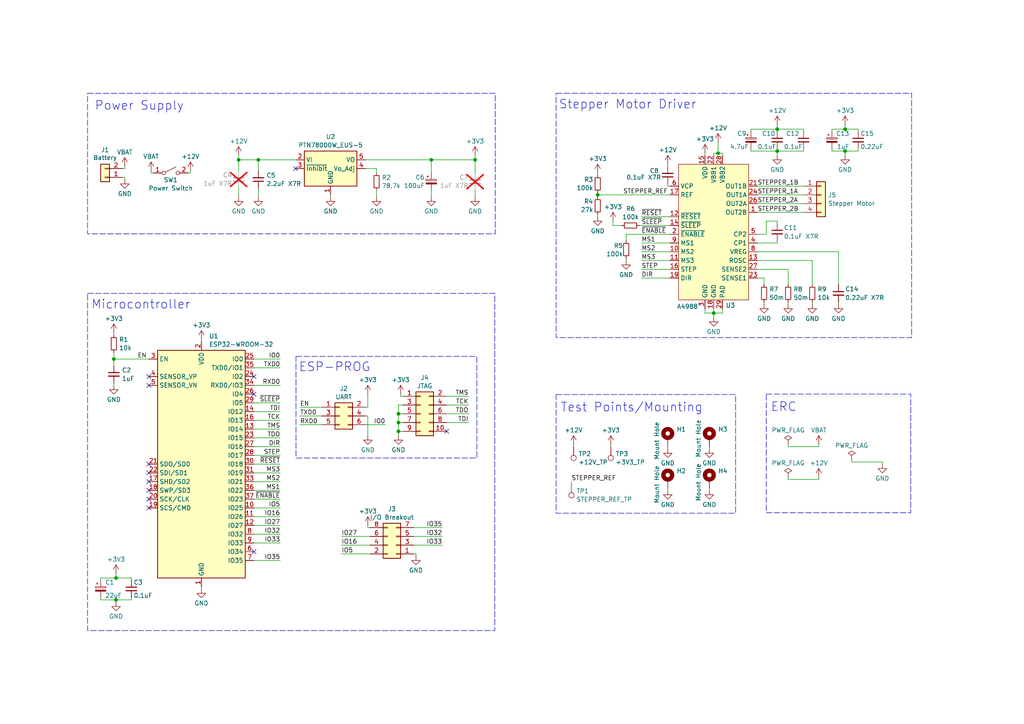
<source format=kicad_sch>
(kicad_sch (version 20230121) (generator eeschema)
  (paper "A4")
  (lib_symbols
    (symbol "Connector:TestPoint" (pin_numbers hide) (pin_names (offset 0.762) hide)
      (property "Reference" "TP" (at 0 6.858 0))
      (property "Value" "TestPoint" (at 0 5.08 0))
      (symbol "TestPoint_0_1"
        (circle (center 0 3.302) (radius 0.762))
      )
      (symbol "TestPoint_1_1"
        (pin passive line (at 0 0 90) (length 2.54) (name "1") (number "1"))
      )
    )
    (symbol "Connector_Generic:Conn_01x02" (pin_names (offset 1.016) hide)
      (property "Reference" "J" (at 0 2.54 0))
      (property "Value" "Conn_01x02" (at 0 -5.08 0))
      (symbol "Conn_01x02_1_1"
        (rectangle (start -1.27 -2.413) (end 0 -2.667) (stroke (width 0.1524)))
        (rectangle (start -1.27 0.127) (end 0 -0.127) (stroke (width 0.1524)))
        (rectangle (start -1.27 1.27) (end 1.27 -3.81) (stroke (width 0.254)) (fill (type background)))
        (pin passive line (at -5.08 0 0) (length 3.81) (name "Pin_1") (number "1"))
        (pin passive line (at -5.08 -2.54 0) (length 3.81) (name "Pin_2") (number "2"))
      )
    )
    (symbol "Connector_Generic:Conn_01x04" (pin_names (offset 1.016) hide)
      (property "Reference" "J" (at 0 5.08 0))
      (property "Value" "Conn_01x04" (at 0 -7.62 0))
      (symbol "Conn_01x04_1_1"
        (rectangle (start -1.27 -4.953) (end 0 -5.207) (stroke (width 0.1524)))
        (rectangle (start -1.27 -2.413) (end 0 -2.667) (stroke (width 0.1524)))
        (rectangle (start -1.27 0.127) (end 0 -0.127) (stroke (width 0.1524)))
        (rectangle (start -1.27 2.667) (end 0 2.413) (stroke (width 0.1524)))
        (rectangle (start -1.27 3.81) (end 1.27 -6.35) (stroke (width 0.254)) (fill (type background)))
        (pin passive line (at -5.08 2.54 0) (length 3.81) (name "Pin_1") (number "1"))
        (pin passive line (at -5.08 0 0) (length 3.81) (name "Pin_2") (number "2"))
        (pin passive line (at -5.08 -2.54 0) (length 3.81) (name "Pin_3") (number "3"))
        (pin passive line (at -5.08 -5.08 0) (length 3.81) (name "Pin_4") (number "4"))
      )
    )
    (symbol "Connector_Generic:Conn_02x03_Odd_Even" (pin_names (offset 1.016) hide)
      (property "Reference" "J" (at 1.27 5.08 0))
      (property "Value" "Conn_02x03_Odd_Even" (at 1.27 -5.08 0))
      (symbol "Conn_02x03_Odd_Even_1_1"
        (rectangle (start -1.27 -2.413) (end 0 -2.667) (stroke (width 0.1524)))
        (rectangle (start -1.27 0.127) (end 0 -0.127) (stroke (width 0.1524)))
        (rectangle (start -1.27 2.667) (end 0 2.413) (stroke (width 0.1524)))
        (rectangle (start -1.27 3.81) (end 3.81 -3.81) (stroke (width 0.254)) (fill (type background)))
        (rectangle (start 3.81 -2.413) (end 2.54 -2.667) (stroke (width 0.1524)))
        (rectangle (start 3.81 0.127) (end 2.54 -0.127) (stroke (width 0.1524)))
        (rectangle (start 3.81 2.667) (end 2.54 2.413) (stroke (width 0.1524)))
        (pin passive line (at -5.08 2.54 0) (length 3.81) (name "Pin_1") (number "1"))
        (pin passive line (at 7.62 2.54 180) (length 3.81) (name "Pin_2") (number "2"))
        (pin passive line (at -5.08 0 0) (length 3.81) (name "Pin_3") (number "3"))
        (pin passive line (at 7.62 0 180) (length 3.81) (name "Pin_4") (number "4"))
        (pin passive line (at -5.08 -2.54 0) (length 3.81) (name "Pin_5") (number "5"))
        (pin passive line (at 7.62 -2.54 180) (length 3.81) (name "Pin_6") (number "6"))
      )
    )
    (symbol "Connector_Generic:Conn_02x04_Odd_Even" (pin_names (offset 1.016) hide)
      (property "Reference" "J" (at 1.27 5.08 0))
      (property "Value" "Conn_02x04_Odd_Even" (at 1.27 -7.62 0))
      (symbol "Conn_02x04_Odd_Even_1_1"
        (rectangle (start -1.27 -4.953) (end 0 -5.207) (stroke (width 0.1524)))
        (rectangle (start -1.27 -2.413) (end 0 -2.667) (stroke (width 0.1524)))
        (rectangle (start -1.27 0.127) (end 0 -0.127) (stroke (width 0.1524)))
        (rectangle (start -1.27 2.667) (end 0 2.413) (stroke (width 0.1524)))
        (rectangle (start -1.27 3.81) (end 3.81 -6.35) (stroke (width 0.254)) (fill (type background)))
        (rectangle (start 3.81 -4.953) (end 2.54 -5.207) (stroke (width 0.1524)))
        (rectangle (start 3.81 -2.413) (end 2.54 -2.667) (stroke (width 0.1524)))
        (rectangle (start 3.81 0.127) (end 2.54 -0.127) (stroke (width 0.1524)))
        (rectangle (start 3.81 2.667) (end 2.54 2.413) (stroke (width 0.1524)))
        (pin passive line (at -5.08 2.54 0) (length 3.81) (name "Pin_1") (number "1"))
        (pin passive line (at 7.62 2.54 180) (length 3.81) (name "Pin_2") (number "2"))
        (pin passive line (at -5.08 0 0) (length 3.81) (name "Pin_3") (number "3"))
        (pin passive line (at 7.62 0 180) (length 3.81) (name "Pin_4") (number "4"))
        (pin passive line (at -5.08 -2.54 0) (length 3.81) (name "Pin_5") (number "5"))
        (pin passive line (at 7.62 -2.54 180) (length 3.81) (name "Pin_6") (number "6"))
        (pin passive line (at -5.08 -5.08 0) (length 3.81) (name "Pin_7") (number "7"))
        (pin passive line (at 7.62 -5.08 180) (length 3.81) (name "Pin_8") (number "8"))
      )
    )
    (symbol "Connector_Generic:Conn_02x05_Odd_Even" (pin_names (offset 1.016) hide)
      (property "Reference" "J" (at 1.27 7.62 0))
      (property "Value" "Conn_02x05_Odd_Even" (at 1.27 -7.62 0))
      (symbol "Conn_02x05_Odd_Even_1_1"
        (rectangle (start -1.27 -4.953) (end 0 -5.207) (stroke (width 0.1524)))
        (rectangle (start -1.27 -2.413) (end 0 -2.667) (stroke (width 0.1524)))
        (rectangle (start -1.27 0.127) (end 0 -0.127) (stroke (width 0.1524)))
        (rectangle (start -1.27 2.667) (end 0 2.413) (stroke (width 0.1524)))
        (rectangle (start -1.27 5.207) (end 0 4.953) (stroke (width 0.1524)))
        (rectangle (start -1.27 6.35) (end 3.81 -6.35) (stroke (width 0.254)) (fill (type background)))
        (rectangle (start 3.81 -4.953) (end 2.54 -5.207) (stroke (width 0.1524)))
        (rectangle (start 3.81 -2.413) (end 2.54 -2.667) (stroke (width 0.1524)))
        (rectangle (start 3.81 0.127) (end 2.54 -0.127) (stroke (width 0.1524)))
        (rectangle (start 3.81 2.667) (end 2.54 2.413) (stroke (width 0.1524)))
        (rectangle (start 3.81 5.207) (end 2.54 4.953) (stroke (width 0.1524)))
        (pin passive line (at -5.08 5.08 0) (length 3.81) (name "Pin_1") (number "1"))
        (pin passive line (at 7.62 -5.08 180) (length 3.81) (name "Pin_10") (number "10"))
        (pin passive line (at 7.62 5.08 180) (length 3.81) (name "Pin_2") (number "2"))
        (pin passive line (at -5.08 2.54 0) (length 3.81) (name "Pin_3") (number "3"))
        (pin passive line (at 7.62 2.54 180) (length 3.81) (name "Pin_4") (number "4"))
        (pin passive line (at -5.08 0 0) (length 3.81) (name "Pin_5") (number "5"))
        (pin passive line (at 7.62 0 180) (length 3.81) (name "Pin_6") (number "6"))
        (pin passive line (at -5.08 -2.54 0) (length 3.81) (name "Pin_7") (number "7"))
        (pin passive line (at 7.62 -2.54 180) (length 3.81) (name "Pin_8") (number "8"))
        (pin passive line (at -5.08 -5.08 0) (length 3.81) (name "Pin_9") (number "9"))
      )
    )
    (symbol "Converter_DCDC:PTN78000W_EUS-5"
      (property "Reference" "U" (at -6.35 6.35 0))
      (property "Value" "PTN78000W_EUS-5" (at 3.81 6.35 0))
      (symbol "PTN78000W_EUS-5_0_1"
        (rectangle (start -7.62 5.08) (end 7.62 -5.08) (stroke (width 0.254)) (fill (type background)))
      )
      (symbol "PTN78000W_EUS-5_1_1"
        (pin power_in line (at 0 -7.62 90) (length 2.54) (name "GND") (number "1"))
        (pin power_in line (at -10.16 2.54 0) (length 2.54) (name "VI") (number "2"))
        (pin input line (at -10.16 0 0) (length 2.54) (name "~{Inhibit}") (number "3"))
        (pin output line (at 10.16 0 180) (length 2.54) (name "Vo_Adj") (number "4"))
        (pin power_out line (at 10.16 2.54 180) (length 2.54) (name "VO") (number "5"))
      )
    )
    (symbol "Device:C_Polarized_Small" (pin_numbers hide) (pin_names (offset 0.254) hide)
      (property "Reference" "C" (at 0.254 1.778 0))
      (property "Value" "C_Polarized_Small" (at 0.254 -2.032 0))
      (symbol "C_Polarized_Small_0_1"
        (rectangle (start -1.524 -0.3048) (end 1.524 -0.6858) (fill (type outline)))
        (rectangle (start -1.524 0.6858) (end 1.524 0.3048))
        (polyline (pts (xy -1.27 1.524) (xy -0.762 1.524)))
        (polyline (pts (xy -1.016 1.27) (xy -1.016 1.778)))
      )
      (symbol "C_Polarized_Small_1_1"
        (pin passive line (at 0 2.54 270) (length 1.8542) (name "~") (number "1"))
        (pin passive line (at 0 -2.54 90) (length 1.8542) (name "~") (number "2"))
      )
    )
    (symbol "Device:C_Small" (pin_numbers hide) (pin_names (offset 0.254) hide)
      (property "Reference" "C" (at 0.254 1.778 0))
      (property "Value" "C_Small" (at 0.254 -2.032 0))
      (symbol "C_Small_0_1"
        (polyline (pts (xy -1.524 -0.508) (xy 1.524 -0.508)) (stroke (width 0.3302)))
        (polyline (pts (xy -1.524 0.508) (xy 1.524 0.508)) (stroke (width 0.3048)))
      )
      (symbol "C_Small_1_1"
        (pin passive line (at 0 2.54 270) (length 2.032) (name "~") (number "1"))
        (pin passive line (at 0 -2.54 90) (length 2.032) (name "~") (number "2"))
      )
    )
    (symbol "Device:R_Small" (pin_numbers hide) (pin_names (offset 0.254) hide)
      (property "Reference" "R" (at 0.762 0.508 0))
      (property "Value" "R_Small" (at 0.762 -1.016 0))
      (symbol "R_Small_0_1"
        (rectangle (start -0.762 1.778) (end 0.762 -1.778) (stroke (width 0.2032)))
      )
      (symbol "R_Small_1_1"
        (pin passive line (at 0 2.54 270) (length 0.762) (name "~") (number "1"))
        (pin passive line (at 0 -2.54 90) (length 0.762) (name "~") (number "2"))
      )
    )
    (symbol "Mechanical:MountingHole_Pad" (pin_numbers hide) (pin_names (offset 1.016) hide)
      (property "Reference" "H" (at 0 6.35 0))
      (property "Value" "MountingHole_Pad" (at 0 4.445 0))
      (symbol "MountingHole_Pad_0_1"
        (circle (center 0 1.27) (radius 1.27) (stroke (width 1.27)))
      )
      (symbol "MountingHole_Pad_1_1"
        (pin input line (at 0 -2.54 90) (length 2.54) (name "1") (number "1"))
      )
    )
    (symbol "RF_Module:ESP32-WROOM-32"
      (property "Reference" "U" (at -12.7 34.29 0))
      (property "Value" "ESP32-WROOM-32" (at 1.27 34.29 0))
      (symbol "ESP32-WROOM-32_0_1"
        (rectangle (start -12.7 33.02) (end 12.7 -33.02) (stroke (width 0.254)) (fill (type background)))
      )
      (symbol "ESP32-WROOM-32_1_1"
        (pin power_in line (at 0 -35.56 90) (length 2.54) (name "GND") (number "1"))
        (pin bidirectional line (at 15.24 -12.7 180) (length 2.54) (name "IO25") (number "10"))
        (pin bidirectional line (at 15.24 -15.24 180) (length 2.54) (name "IO26") (number "11"))
        (pin bidirectional line (at 15.24 -17.78 180) (length 2.54) (name "IO27") (number "12"))
        (pin bidirectional line (at 15.24 10.16 180) (length 2.54) (name "IO14") (number "13"))
        (pin bidirectional line (at 15.24 15.24 180) (length 2.54) (name "IO12") (number "14"))
        (pin passive line (at 0 -35.56 90) (length 2.54) hide (name "GND") (number "15"))
        (pin bidirectional line (at 15.24 12.7 180) (length 2.54) (name "IO13") (number "16"))
        (pin bidirectional line (at -15.24 -5.08 0) (length 2.54) (name "SHD/SD2") (number "17"))
        (pin bidirectional line (at -15.24 -7.62 0) (length 2.54) (name "SWP/SD3") (number "18"))
        (pin bidirectional line (at -15.24 -12.7 0) (length 2.54) (name "SCS/CMD") (number "19"))
        (pin power_in line (at 0 35.56 270) (length 2.54) (name "VDD") (number "2"))
        (pin bidirectional line (at -15.24 -10.16 0) (length 2.54) (name "SCK/CLK") (number "20"))
        (pin bidirectional line (at -15.24 0 0) (length 2.54) (name "SDO/SD0") (number "21"))
        (pin bidirectional line (at -15.24 -2.54 0) (length 2.54) (name "SDI/SD1") (number "22"))
        (pin bidirectional line (at 15.24 7.62 180) (length 2.54) (name "IO15") (number "23"))
        (pin bidirectional line (at 15.24 25.4 180) (length 2.54) (name "IO2") (number "24"))
        (pin bidirectional line (at 15.24 30.48 180) (length 2.54) (name "IO0") (number "25"))
        (pin bidirectional line (at 15.24 20.32 180) (length 2.54) (name "IO4") (number "26"))
        (pin bidirectional line (at 15.24 5.08 180) (length 2.54) (name "IO16") (number "27"))
        (pin bidirectional line (at 15.24 2.54 180) (length 2.54) (name "IO17") (number "28"))
        (pin bidirectional line (at 15.24 17.78 180) (length 2.54) (name "IO5") (number "29"))
        (pin input line (at -15.24 30.48 0) (length 2.54) (name "EN") (number "3"))
        (pin bidirectional line (at 15.24 0 180) (length 2.54) (name "IO18") (number "30"))
        (pin bidirectional line (at 15.24 -2.54 180) (length 2.54) (name "IO19") (number "31"))
        (pin no_connect line (at -12.7 -27.94 0) (length 2.54) hide (name "NC") (number "32"))
        (pin bidirectional line (at 15.24 -5.08 180) (length 2.54) (name "IO21") (number "33"))
        (pin bidirectional line (at 15.24 22.86 180) (length 2.54) (name "RXD0/IO3") (number "34"))
        (pin bidirectional line (at 15.24 27.94 180) (length 2.54) (name "TXD0/IO1") (number "35"))
        (pin bidirectional line (at 15.24 -7.62 180) (length 2.54) (name "IO22") (number "36"))
        (pin bidirectional line (at 15.24 -10.16 180) (length 2.54) (name "IO23") (number "37"))
        (pin passive line (at 0 -35.56 90) (length 2.54) hide (name "GND") (number "38"))
        (pin passive line (at 0 -35.56 90) (length 2.54) hide (name "GND") (number "39"))
        (pin input line (at -15.24 25.4 0) (length 2.54) (name "SENSOR_VP") (number "4"))
        (pin input line (at -15.24 22.86 0) (length 2.54) (name "SENSOR_VN") (number "5"))
        (pin input line (at 15.24 -25.4 180) (length 2.54) (name "IO34") (number "6"))
        (pin input line (at 15.24 -27.94 180) (length 2.54) (name "IO35") (number "7"))
        (pin bidirectional line (at 15.24 -20.32 180) (length 2.54) (name "IO32") (number "8"))
        (pin bidirectional line (at 15.24 -22.86 180) (length 2.54) (name "IO33") (number "9"))
      )
    )
    (symbol "Switch:SW_SPST" (pin_names (offset 0) hide)
      (property "Reference" "SW" (at 0 3.175 0))
      (property "Value" "SW_SPST" (at 0 -2.54 0))
      (symbol "SW_SPST_0_0"
        (circle (center -2.032 0) (radius 0.508))
        (polyline (pts (xy -1.524 0.254) (xy 1.524 1.778)))
        (circle (center 2.032 0) (radius 0.508))
      )
      (symbol "SW_SPST_1_1"
        (pin passive line (at -5.08 0 0) (length 2.54) (name "A") (number "1"))
        (pin passive line (at 5.08 0 180) (length 2.54) (name "B") (number "2"))
      )
    )
    (symbol "custom:A4988"
      (property "Reference" "U" (at -1.27 1.27 0))
      (symbol "A4988_0_0"
        (pin output line (at 22.86 -13.97 180) (length 2.54) (name "OUT2B") (number "1"))
        (pin input line (at -2.54 -25.4 0) (length 2.54) (name "MS2") (number "10"))
        (pin input line (at -2.54 -27.94 0) (length 2.54) (name "MS3") (number "11"))
        (pin passive line (at 22.86 -27.94 180) (length 2.54) (name "ROSC") (number "13"))
        (pin power_in line (at 7.62 2.54 270) (length 2.54) (name "VDD") (number "15"))
        (pin input line (at -2.54 -30.48 0) (length 2.54) (name "STEP") (number "16"))
        (pin passive line (at -2.54 -8.89 0) (length 2.54) (name "REF") (number "17"))
        (pin power_in line (at 10.16 -41.91 90) (length 2.54) (name "GND") (number "18"))
        (pin input line (at -2.54 -33.02 0) (length 2.54) (name "DIR") (number "19"))
        (pin output line (at 22.86 -6.35 180) (length 2.54) (name "OUT1B") (number "21"))
        (pin power_in line (at 10.16 2.54 270) (length 2.54) (name "VBB1") (number "22"))
        (pin passive line (at 22.86 -33.02 180) (length 2.54) (name "SENSE1") (number "23"))
        (pin output line (at 22.86 -8.89 180) (length 2.54) (name "OUT1A") (number "24"))
        (pin output line (at 22.86 -11.43 180) (length 2.54) (name "OUT2A") (number "26"))
        (pin passive line (at 22.86 -30.48 180) (length 2.54) (name "SENSE2") (number "27"))
        (pin power_in line (at 12.7 2.54 270) (length 2.54) (name "VBB2") (number "28"))
        (pin power_in line (at 7.62 -41.91 90) (length 2.54) (name "GND") (number "3"))
        (pin passive line (at 22.86 -22.86 180) (length 2.54) (name "CP1") (number "4"))
        (pin passive line (at 22.86 -20.32 180) (length 2.54) (name "CP2") (number "5"))
        (pin passive line (at -2.54 -6.35 0) (length 2.54) (name "VCP") (number "6"))
        (pin passive line (at 22.86 -25.4 180) (length 2.54) (name "VREG") (number "8"))
        (pin input line (at -2.54 -22.86 0) (length 2.54) (name "MS1") (number "9"))
      )
      (symbol "A4988_1_0"
        (pin input line (at -2.54 -15.24 0) (length 2.54) (name "~{RESET}") (number "12"))
        (pin input line (at -2.54 -17.78 0) (length 2.54) (name "~{SLEEP}") (number "14"))
        (pin input line (at -2.54 -20.32 0) (length 2.54) (name "~{ENABLE}") (number "2"))
        (pin no_connect line (at 2.54 -41.91 90) (length 2.54) hide (name "NC") (number "20"))
        (pin no_connect line (at 16.51 -41.91 90) (length 2.54) hide (name "NC") (number "25"))
        (pin power_in line (at 12.7 -41.91 90) (length 2.54) (name "PAD") (number "29"))
        (pin no_connect line (at 5.08 -41.91 90) (length 2.54) hide (name "NC") (number "7"))
      )
      (symbol "A4988_1_1"
        (rectangle (start 0 0) (end 20.32 -39.37) (fill (type background)))
      )
    )
    (symbol "custom:VBAT" (power) (pin_names (offset 0))
      (property "Value" "VBAT" (at 0 3.556 0))
      (symbol "VBAT_0_1"
        (polyline (pts (xy -0.762 1.27) (xy 0 2.54)))
        (polyline (pts (xy 0 0) (xy 0 2.54)))
        (polyline (pts (xy 0 2.54) (xy 0.762 1.27)))
      )
      (symbol "VBAT_1_1"
        (pin power_in line (at 0 0 90) (length 0) hide (name "VBAT") (number "1"))
      )
    )
    (symbol "power:+12V" (power) (pin_names (offset 0))
      (property "Value" "+12V" (at 0 3.556 0))
      (symbol "+12V_0_1"
        (polyline (pts (xy -0.762 1.27) (xy 0 2.54)))
        (polyline (pts (xy 0 0) (xy 0 2.54)))
        (polyline (pts (xy 0 2.54) (xy 0.762 1.27)))
      )
      (symbol "+12V_1_1"
        (pin power_in line (at 0 0 90) (length 0) hide (name "+12V") (number "1"))
      )
    )
    (symbol "power:+3V3" (power) (pin_names (offset 0))
      (property "Value" "+3V3" (at 0 3.556 0))
      (symbol "+3V3_0_1"
        (polyline (pts (xy -0.762 1.27) (xy 0 2.54)))
        (polyline (pts (xy 0 0) (xy 0 2.54)))
        (polyline (pts (xy 0 2.54) (xy 0.762 1.27)))
      )
      (symbol "+3V3_1_1"
        (pin power_in line (at 0 0 90) (length 0) hide (name "+3V3") (number "1"))
      )
    )
    (symbol "power:GND" (power) (pin_names (offset 0))
      (property "Value" "GND" (at 0 -3.81 0))
      (symbol "GND_0_1"
        (polyline (pts (xy 0 0) (xy 0 -1.27) (xy 1.27 -1.27) (xy 0 -2.54) (xy -1.27 -1.27) (xy 0 -1.27)))
      )
      (symbol "GND_1_1"
        (pin power_in line (at 0 0 270) (length 0) hide (name "GND") (number "1"))
      )
    )
    (symbol "power:PWR_FLAG" (power) (pin_numbers hide) (pin_names (offset 0) hide)
      (property "Value" "PWR_FLAG" (at 0 3.81 0))
      (symbol "PWR_FLAG_0_0"
        (pin power_out line (at 0 0 90) (length 0) (name "pwr") (number "1"))
      )
      (symbol "PWR_FLAG_0_1"
        (polyline (pts (xy 0 0) (xy 0 1.27) (xy -1.016 1.905) (xy 0 2.54) (xy 1.016 1.905) (xy 0 1.27)))
      )
    )
  )
  (junction (at 137.795 46.355))
  (junction (at 33.02 104.14))
  (junction (at 207.01 90.805))
  (junction (at 69.215 46.355))
  (junction (at 173.355 56.515))
  (junction (at 33.655 173.99))
  (junction (at 245.11 37.465))
  (junction (at 125.095 46.355))
  (junction (at 115.57 120.015))
  (junction (at 74.93 46.355))
  (junction (at 115.57 125.095))
  (junction (at 33.655 167.64))
  (junction (at 225.425 43.815))
  (junction (at 225.425 37.465))
  (junction (at 245.11 43.815))
  (junction (at 208.28 44.45))
  (junction (at 115.57 122.555))
  (no_connect (at 43.18 147.32))
  (no_connect (at 43.18 139.7))
  (no_connect (at 73.66 114.3))
  (no_connect (at 43.18 109.22))
  (no_connect (at 43.18 144.78))
  (no_connect (at 43.18 142.24))
  (no_connect (at 129.54 125.095))
  (no_connect (at 43.18 134.62))
  (no_connect (at 43.18 137.16))
  (no_connect (at 73.66 109.22))
  (no_connect (at 43.18 111.76))
  (no_connect (at 73.66 160.02))
  (no_connect (at 85.725 48.895))
  (wire (pts (xy 33.02 102.235) (xy 33.02 104.14)))
  (wire (pts (xy 33.02 111.125) (xy 33.02 111.76)))
  (wire (pts (xy 36.195 48.26) (xy 36.195 48.895)))
  (wire (pts (xy 241.3 38.1) (xy 241.3 37.465)))
  (wire (pts (xy 219.71 61.595) (xy 233.045 61.595)))
  (wire (pts (xy 86.995 120.65) (xy 93.345 120.65)))
  (wire (pts (xy 86.995 123.19) (xy 93.345 123.19)))
  (wire (pts (xy 73.66 147.32) (xy 81.28 147.32)))
  (wire (pts (xy 209.55 44.45) (xy 209.55 45.085)))
  (wire (pts (xy 120.65 160.655) (xy 120.65 161.29)))
  (wire (pts (xy 58.42 170.18) (xy 58.42 170.815)))
  (wire (pts (xy 173.355 50.165) (xy 173.355 50.8)))
  (wire (pts (xy 209.55 90.805) (xy 209.55 89.535)))
  (wire (pts (xy 115.57 117.475) (xy 115.57 120.015)))
  (wire (pts (xy 241.3 43.815) (xy 245.11 43.815)))
  (wire (pts (xy 225.425 36.195) (xy 225.425 37.465)))
  (wire (pts (xy 193.675 129.54) (xy 193.675 130.175)))
  (wire (pts (xy 129.54 120.015) (xy 135.89 120.015)))
  (wire (pts (xy 225.425 69.85) (xy 225.425 70.485)))
  (wire (pts (xy 222.25 64.135) (xy 222.25 67.945)))
  (wire (pts (xy 208.28 44.45) (xy 209.55 44.45)))
  (wire (pts (xy 33.02 96.52) (xy 33.02 97.155)))
  (wire (pts (xy 73.66 162.56) (xy 81.28 162.56)))
  (wire (pts (xy 106.045 123.19) (xy 111.76 123.19)))
  (wire (pts (xy 120.015 160.655) (xy 120.65 160.655)))
  (wire (pts (xy 219.71 80.645) (xy 221.615 80.645)))
  (wire (pts (xy 86.995 118.11) (xy 93.345 118.11)))
  (wire (pts (xy 74.93 54.61) (xy 74.93 57.15)))
  (wire (pts (xy 33.02 104.14) (xy 43.18 104.14)))
  (wire (pts (xy 219.71 59.055) (xy 233.045 59.055)))
  (wire (pts (xy 255.905 133.985) (xy 255.905 134.62)))
  (wire (pts (xy 115.57 120.015) (xy 116.84 120.015)))
  (wire (pts (xy 204.47 89.535) (xy 204.47 90.805)))
  (wire (pts (xy 207.01 44.45) (xy 208.28 44.45)))
  (wire (pts (xy 207.01 45.085) (xy 207.01 44.45)))
  (wire (pts (xy 233.045 43.815) (xy 225.425 43.815)))
  (wire (pts (xy 116.205 114.935) (xy 116.84 114.935)))
  (wire (pts (xy 245.11 43.815) (xy 248.92 43.815)))
  (wire (pts (xy 222.25 67.945) (xy 219.71 67.945)))
  (wire (pts (xy 73.66 129.54) (xy 81.28 129.54)))
  (wire (pts (xy 74.93 46.355) (xy 74.93 49.53)))
  (wire (pts (xy 106.045 118.11) (xy 106.68 118.11)))
  (wire (pts (xy 225.425 38.1) (xy 225.425 37.465)))
  (wire (pts (xy 173.355 56.515) (xy 173.355 55.88)))
  (wire (pts (xy 73.66 132.08) (xy 81.28 132.08)))
  (wire (pts (xy 73.66 152.4) (xy 81.28 152.4)))
  (wire (pts (xy 69.215 46.355) (xy 74.93 46.355)))
  (wire (pts (xy 73.66 137.16) (xy 81.28 137.16)))
  (wire (pts (xy 228.6 129.54) (xy 237.49 129.54)))
  (wire (pts (xy 241.3 43.815) (xy 241.3 43.18)))
  (wire (pts (xy 228.6 139.065) (xy 237.49 139.065)))
  (wire (pts (xy 228.6 78.105) (xy 228.6 82.55)))
  (wire (pts (xy 120.015 155.575) (xy 128.27 155.575)))
  (wire (pts (xy 73.66 116.84) (xy 81.28 116.84)))
  (wire (pts (xy 55.245 50.165) (xy 54.61 50.165)))
  (wire (pts (xy 173.355 62.865) (xy 173.355 62.23)))
  (wire (pts (xy 247.015 133.985) (xy 255.905 133.985)))
  (wire (pts (xy 106.68 152.4) (xy 106.68 153.035)))
  (wire (pts (xy 181.61 74.93) (xy 181.61 75.565)))
  (wire (pts (xy 177.8 64.135) (xy 177.8 65.405)))
  (wire (pts (xy 205.74 129.54) (xy 205.74 130.175)))
  (wire (pts (xy 29.21 167.64) (xy 33.655 167.64)))
  (wire (pts (xy 107.315 160.655) (xy 99.06 160.655)))
  (wire (pts (xy 73.66 134.62) (xy 81.28 134.62)))
  (wire (pts (xy 173.355 56.515) (xy 194.31 56.515)))
  (wire (pts (xy 109.22 48.895) (xy 109.22 50.165)))
  (wire (pts (xy 33.655 167.64) (xy 38.1 167.64)))
  (wire (pts (xy 73.66 154.94) (xy 81.28 154.94)))
  (wire (pts (xy 29.21 173.99) (xy 33.655 173.99)))
  (wire (pts (xy 165.735 139.7) (xy 165.735 140.335)))
  (wire (pts (xy 137.795 55.245) (xy 137.795 57.15)))
  (wire (pts (xy 107.315 155.575) (xy 99.06 155.575)))
  (wire (pts (xy 217.805 43.18) (xy 217.805 43.815)))
  (wire (pts (xy 219.71 53.975) (xy 233.045 53.975)))
  (wire (pts (xy 243.205 73.025) (xy 243.205 82.55)))
  (wire (pts (xy 219.71 75.565) (xy 235.585 75.565)))
  (wire (pts (xy 73.66 149.86) (xy 81.28 149.86)))
  (wire (pts (xy 33.655 173.99) (xy 38.1 173.99)))
  (wire (pts (xy 177.165 128.905) (xy 177.165 129.54)))
  (wire (pts (xy 81.28 124.46) (xy 73.66 124.46)))
  (wire (pts (xy 228.6 128.905) (xy 228.6 129.54)))
  (wire (pts (xy 73.66 106.68) (xy 81.28 106.68)))
  (wire (pts (xy 225.425 43.815) (xy 225.425 45.085)))
  (wire (pts (xy 106.045 120.65) (xy 106.68 120.65)))
  (wire (pts (xy 219.71 56.515) (xy 233.045 56.515)))
  (wire (pts (xy 81.28 144.78) (xy 73.66 144.78)))
  (wire (pts (xy 55.245 50.165) (xy 55.245 49.53)))
  (wire (pts (xy 33.02 104.14) (xy 33.02 106.045)))
  (wire (pts (xy 69.215 49.53) (xy 69.215 46.355)))
  (wire (pts (xy 106.045 48.895) (xy 109.22 48.895)))
  (wire (pts (xy 193.675 47.625) (xy 193.675 48.26)))
  (wire (pts (xy 125.095 46.355) (xy 125.095 50.165)))
  (wire (pts (xy 233.045 43.18) (xy 233.045 43.815)))
  (wire (pts (xy 33.655 173.99) (xy 33.655 174.625)))
  (wire (pts (xy 193.675 53.975) (xy 194.31 53.975)))
  (wire (pts (xy 194.31 80.645) (xy 186.055 80.645)))
  (wire (pts (xy 221.615 80.645) (xy 221.615 82.55)))
  (wire (pts (xy 217.805 43.815) (xy 225.425 43.815)))
  (wire (pts (xy 29.21 167.64) (xy 29.21 168.275)))
  (wire (pts (xy 207.01 89.535) (xy 207.01 90.805)))
  (wire (pts (xy 73.66 104.14) (xy 81.28 104.14)))
  (wire (pts (xy 225.425 64.135) (xy 222.25 64.135)))
  (wire (pts (xy 193.675 53.34) (xy 193.675 53.975)))
  (wire (pts (xy 137.795 45.085) (xy 137.795 46.355)))
  (wire (pts (xy 221.615 88.265) (xy 221.615 87.63)))
  (wire (pts (xy 185.42 65.405) (xy 194.31 65.405)))
  (wire (pts (xy 237.49 138.43) (xy 237.49 139.065)))
  (wire (pts (xy 237.49 128.905) (xy 237.49 129.54)))
  (wire (pts (xy 248.92 37.465) (xy 248.92 38.1)))
  (wire (pts (xy 208.28 41.275) (xy 208.28 44.45)))
  (wire (pts (xy 225.425 43.815) (xy 225.425 43.18)))
  (wire (pts (xy 116.205 114.3) (xy 116.205 114.935)))
  (wire (pts (xy 225.425 70.485) (xy 219.71 70.485)))
  (wire (pts (xy 73.66 119.38) (xy 81.28 119.38)))
  (wire (pts (xy 35.56 51.435) (xy 36.195 51.435)))
  (wire (pts (xy 43.815 50.165) (xy 44.45 50.165)))
  (wire (pts (xy 38.1 167.64) (xy 38.1 168.275)))
  (wire (pts (xy 129.54 117.475) (xy 135.89 117.475)))
  (wire (pts (xy 69.215 45.085) (xy 69.215 46.355)))
  (wire (pts (xy 166.37 128.905) (xy 166.37 129.54)))
  (wire (pts (xy 243.205 87.63) (xy 243.205 88.265)))
  (wire (pts (xy 36.195 48.895) (xy 35.56 48.895)))
  (wire (pts (xy 107.315 158.115) (xy 99.06 158.115)))
  (wire (pts (xy 115.57 122.555) (xy 115.57 125.095)))
  (wire (pts (xy 125.095 46.355) (xy 137.795 46.355)))
  (wire (pts (xy 204.47 90.805) (xy 207.01 90.805)))
  (wire (pts (xy 177.8 65.405) (xy 180.34 65.405)))
  (wire (pts (xy 109.22 55.245) (xy 109.22 57.15)))
  (wire (pts (xy 58.42 98.425) (xy 58.42 99.06)))
  (wire (pts (xy 106.68 118.11) (xy 106.68 114.3)))
  (wire (pts (xy 106.68 120.65) (xy 106.68 126.365)))
  (wire (pts (xy 207.01 90.805) (xy 207.01 92.075)))
  (wire (pts (xy 73.66 111.76) (xy 81.28 111.76)))
  (wire (pts (xy 233.045 37.465) (xy 233.045 38.1)))
  (wire (pts (xy 205.74 141.605) (xy 205.74 142.24)))
  (wire (pts (xy 247.015 133.35) (xy 247.015 133.985)))
  (wire (pts (xy 73.66 121.92) (xy 81.28 121.92)))
  (wire (pts (xy 120.015 158.115) (xy 128.27 158.115)))
  (wire (pts (xy 33.655 166.37) (xy 33.655 167.64)))
  (wire (pts (xy 74.93 46.355) (xy 85.725 46.355)))
  (wire (pts (xy 194.31 78.105) (xy 186.055 78.105)))
  (wire (pts (xy 115.57 125.095) (xy 116.84 125.095)))
  (wire (pts (xy 204.47 44.45) (xy 204.47 45.085)))
  (wire (pts (xy 69.215 54.61) (xy 69.215 57.15)))
  (wire (pts (xy 194.31 62.865) (xy 186.055 62.865)))
  (wire (pts (xy 194.31 75.565) (xy 186.055 75.565)))
  (wire (pts (xy 181.61 67.945) (xy 194.31 67.945)))
  (wire (pts (xy 217.805 37.465) (xy 225.425 37.465)))
  (wire (pts (xy 43.815 49.53) (xy 43.815 50.165)))
  (wire (pts (xy 219.71 73.025) (xy 243.205 73.025)))
  (wire (pts (xy 38.1 173.99) (xy 38.1 173.355)))
  (wire (pts (xy 245.11 43.815) (xy 245.11 45.085)))
  (wire (pts (xy 73.66 127) (xy 81.28 127)))
  (wire (pts (xy 235.585 87.63) (xy 235.585 88.265)))
  (wire (pts (xy 173.355 56.515) (xy 173.355 57.15)))
  (wire (pts (xy 194.31 73.025) (xy 186.055 73.025)))
  (wire (pts (xy 193.675 141.605) (xy 193.675 142.24)))
  (wire (pts (xy 194.31 70.485) (xy 186.055 70.485)))
  (wire (pts (xy 225.425 37.465) (xy 233.045 37.465)))
  (wire (pts (xy 95.885 56.515) (xy 95.885 57.15)))
  (wire (pts (xy 125.095 55.245) (xy 125.095 57.15)))
  (wire (pts (xy 217.805 37.465) (xy 217.805 38.1)))
  (wire (pts (xy 115.57 122.555) (xy 116.84 122.555)))
  (wire (pts (xy 129.54 122.555) (xy 135.89 122.555)))
  (wire (pts (xy 120.015 153.035) (xy 128.27 153.035)))
  (wire (pts (xy 115.57 120.015) (xy 115.57 122.555)))
  (wire (pts (xy 106.68 153.035) (xy 107.315 153.035)))
  (wire (pts (xy 245.11 36.195) (xy 245.11 37.465)))
  (wire (pts (xy 115.57 117.475) (xy 116.84 117.475)))
  (wire (pts (xy 135.89 114.935) (xy 129.54 114.935)))
  (wire (pts (xy 115.57 125.095) (xy 115.57 126.365)))
  (wire (pts (xy 29.21 173.355) (xy 29.21 173.99)))
  (wire (pts (xy 73.66 139.7) (xy 81.28 139.7)))
  (wire (pts (xy 137.795 46.355) (xy 137.795 50.165)))
  (wire (pts (xy 73.66 142.24) (xy 81.28 142.24)))
  (wire (pts (xy 248.92 43.815) (xy 248.92 43.18)))
  (wire (pts (xy 228.6 138.43) (xy 228.6 139.065)))
  (wire (pts (xy 245.11 37.465) (xy 248.92 37.465)))
  (wire (pts (xy 228.6 87.63) (xy 228.6 88.265)))
  (wire (pts (xy 235.585 75.565) (xy 235.585 82.55)))
  (wire (pts (xy 106.045 46.355) (xy 125.095 46.355)))
  (wire (pts (xy 228.6 78.105) (xy 219.71 78.105)))
  (wire (pts (xy 73.66 157.48) (xy 81.28 157.48)))
  (wire (pts (xy 241.3 37.465) (xy 245.11 37.465)))
  (wire (pts (xy 225.425 64.135) (xy 225.425 64.77)))
  (wire (pts (xy 36.195 51.435) (xy 36.195 52.07)))
  (wire (pts (xy 207.01 90.805) (xy 209.55 90.805)))
  (wire (pts (xy 181.61 67.945) (xy 181.61 69.85)))
  (rectangle (start 85.852 103.378) (end 138.303 132.842) (stroke (width 0) (type dash)))
  (rectangle (start 161.29 114.427) (end 213.36 148.844) (stroke (width 0) (type dash)))
  (rectangle (start 25.4 27.051) (end 143.637 67.818) (stroke (width 0) (type dash)))
  (rectangle (start 222.25 114.3) (end 264.16 148.717) (stroke (width 0) (type dash)))
  (rectangle (start 161.29 27.051) (end 264.414 97.917) (stroke (width 0) (type dash)))
  (rectangle (start 25.4 85.09) (end 143.51 182.88) (stroke (width 0) (type dash)))
  (text "Power Supply" (at 27.432 32.258 0) (effects (font (size 2.54 2.54)) (justify left bottom)))
  (text "Test Points/Mounting" (at 162.56 119.761 0) (effects (font (size 2.54 2.54)) (justify left bottom)))
  (text "Stepper Motor Driver" (at 162.052 31.877 0) (effects (font (size 2.54 2.54)) (justify left bottom)))
  (text "Microcontroller" (at 26.416 89.916 0) (effects (font (size 2.54 2.54)) (justify left bottom)))
  (text "ERC" (at 223.52 119.634 0) (effects (font (size 2.54 2.54)) (justify left bottom)))
  (text "ESP-PROG" (at 86.614 108.077 0) (effects (font (size 2.54 2.54)) (justify left bottom)))
  (label "IO27" (at 99.06 155.575 0))
  (label "STEP" (at 186.055 78.105 0))
  (label "RXD0" (at 86.995 123.19 0))
  (label "~{RESET}" (at 186.055 62.865 0))
  (label "TDI" (at 81.28 119.38 180))
  (label "STEPPER_2A" (at 219.71 59.055 0))
  (label "DIR" (at 186.055 80.645 0))
  (label "MS3" (at 81.28 137.16 180))
  (label "IO16" (at 99.06 158.115 0))
  (label "STEPPER_1B" (at 219.71 53.975 0))
  (label "STEPPER_2B" (at 219.71 61.595 0))
  (label "TXD0" (at 86.995 120.65 0))
  (label "TXD0" (at 81.28 106.68 180))
  (label "EN" (at 86.995 118.11 0))
  (label "TMS" (at 135.89 114.935 180))
  (label "EN" (at 42.545 104.14 180))
  (label "MS1" (at 81.28 142.24 180))
  (label "~{SLEEP}" (at 81.28 116.84 180))
  (label "STEP" (at 81.28 132.08 180))
  (label "IO32" (at 128.27 155.575 180))
  (label "IO5" (at 81.28 147.32 180))
  (label "MS1" (at 186.055 70.485 0))
  (label "MS3" (at 186.055 75.565 0))
  (label "MS2" (at 81.28 139.7 180))
  (label "TDI" (at 135.89 122.555 180))
  (label "IO0" (at 81.28 104.14 180))
  (label "IO16" (at 81.28 149.86 180))
  (label "TMS" (at 81.28 124.46 180))
  (label "STEPPER_1A" (at 219.71 56.515 0))
  (label "IO35" (at 81.28 162.56 180))
  (label "IO32" (at 81.28 154.94 180))
  (label "~{ENABLE}" (at 186.055 67.945 0))
  (label "TCK" (at 81.28 121.92 180))
  (label "RXD0" (at 81.28 111.76 180))
  (label "STEPPER_REF" (at 193.675 56.515 180))
  (label "DIR" (at 81.28 129.54 180))
  (label "TDO" (at 81.28 127 180))
  (label "IO0" (at 111.76 123.19 180))
  (label "IO5" (at 99.06 160.655 0))
  (label "IO35" (at 128.27 153.035 180))
  (label "IO27" (at 81.28 152.4 180))
  (label "~{SLEEP}" (at 186.055 65.405 0))
  (label "~{RESET}" (at 81.28 134.62 180))
  (label "IO33" (at 128.27 158.115 180))
  (label "STEPPER_REF" (at 165.735 139.7 0))
  (label "TDO" (at 135.89 120.015 180))
  (label "TCK" (at 135.89 117.475 180))
  (label "MS2" (at 186.055 73.025 0))
  (label "IO33" (at 81.28 157.48 180))
  (label "~{ENABLE}" (at 81.28 144.78 180))
  (symbol (lib_id "power:GND") (at 181.61 75.565 0) (unit 1)
    (property "Reference" "#PWR030" (effects hide))
    (property "Value" "GND" (at 181.61 79.6981 0))
  )
  (symbol (lib_id "power:+12V") (at 166.37 128.905 0) (unit 1)
    (property "Reference" "#PWR025" (effects hide))
    (property "Value" "+12V" (at 166.37 124.7719 0))
  )
  (symbol (lib_id "power:GND") (at 137.795 57.15 0) (unit 1)
    (property "Reference" "#PWR024" (effects hide))
    (property "Value" "GND" (at 137.795 61.2831 0))
  )
  (symbol (lib_id "power:+12V") (at 225.425 36.195 0) (unit 1)
    (property "Reference" "#PWR040" (effects hide))
    (property "Value" "+12V" (at 225.425 32.0619 0))
  )
  (symbol (lib_id "power:+3V3") (at 106.68 152.4 0) (unit 1)
    (property "Reference" "#PWR017" (effects hide))
    (property "Value" "+3V3" (at 106.68 148.2669 0))
  )
  (symbol (lib_id "Device:C_Small") (at 233.045 40.64 0) (unit 1)
    (property "Reference" "C12" (at 227.965 38.735 0) (effects (justify left)))
    (property "Value" "0.1uF" (at 227.33 42.545 0) (effects (justify left)))
    (property "Footprint" "Capacitor_SMD:C_0603_1608Metric_Pad1.08x0.95mm_HandSolder" (effects hide))
  )
  (symbol (lib_id "power:GND") (at 245.11 45.085 0) (unit 1)
    (property "Reference" "#PWR048" (effects hide))
    (property "Value" "GND" (at 245.11 49.2181 0))
  )
  (symbol (lib_id "Device:C_Polarized_Small") (at 217.805 40.64 0) (unit 1)
    (property "Reference" "C9" (at 216.535 38.735 0) (effects (justify right)))
    (property "Value" "4.7uF" (at 217.17 42.545 0) (effects (justify right)))
    (property "Footprint" "Capacitor_THT:CP_Radial_D6.3mm_P2.50mm" (effects hide))
  )
  (symbol (lib_id "Connector_Generic:Conn_02x04_Odd_Even") (at 114.935 158.115 180) (unit 1)
    (property "Reference" "J3" (at 113.665 147.6207 0))
    (property "Value" "I/O Breakout" (at 113.665 150.0449 0))
    (property "Footprint" "Connector_IDC:IDC-Header_2x04_P2.54mm_Vertical" (effects hide))
  )
  (symbol (lib_id "power:+12V") (at 55.245 49.53 0) (unit 1)
    (property "Reference" "#PWR08" (effects hide))
    (property "Value" "+12V" (at 55.245 45.3969 0))
  )
  (symbol (lib_id "Device:C_Small") (at 225.425 67.31 0) (unit 1)
    (property "Reference" "C11" (at 227.33 66.04 0) (effects (justify left)))
    (property "Value" "0.1uF X7R" (at 227.33 68.58 0) (effects (justify left)))
    (property "Footprint" "Capacitor_SMD:C_0603_1608Metric_Pad1.08x0.95mm_HandSolder" (effects hide))
  )
  (symbol (lib_id "power:+3V3") (at 33.655 166.37 0) (unit 1)
    (property "Reference" "#PWR03" (effects hide))
    (property "Value" "+3V3" (at 33.655 162.2369 0))
  )
  (symbol (lib_id "Device:R_Small") (at 33.02 99.695 0) (unit 1)
    (property "Reference" "R1" (at 34.5186 98.4829 0) (effects (justify left)))
    (property "Value" "10k" (at 34.5186 100.9071 0) (effects (justify left)))
    (property "Footprint" "Resistor_SMD:R_0603_1608Metric_Pad0.98x0.95mm_HandSolder" (effects hide))
  )
  (symbol (lib_id "power:GND") (at 58.42 170.815 0) (unit 1)
    (property "Reference" "#PWR010" (effects hide))
    (property "Value" "GND" (at 58.42 174.9481 0))
  )
  (symbol (lib_id "power:+12V") (at 237.49 138.43 0) (unit 1)
    (property "Reference" "#PWR045" (effects hide))
    (property "Value" "+12V" (at 237.49 134.2969 0))
  )
  (symbol (lib_id "Device:C_Small") (at 74.93 52.07 180) (unit 1)
    (property "Reference" "C5" (at 77.2541 50.8515 0) (effects (justify right)))
    (property "Value" "2.2uF X7R" (at 77.2541 53.2757 0) (effects (justify right)))
    (property "Footprint" "Capacitor_SMD:C_0805_2012Metric_Pad1.18x1.45mm_HandSolder" (effects hide))
  )
  (symbol (lib_id "power:+3V3") (at 106.68 114.3 0) (unit 1)
    (property "Reference" "#PWR015" (effects hide))
    (property "Value" "+3V3" (at 106.68 110.1669 0))
  )
  (symbol (lib_id "Mechanical:MountingHole_Pad") (at 193.675 127 0) (unit 1)
    (property "Reference" "H1" (at 196.215 124.5179 0) (effects (justify left)))
    (property "Value" "Mount Hole" (at 190.5 133.35 90) (effects (justify left)))
    (property "Footprint" "MountingHole:MountingHole_2.2mm_M2_Pad" (effects hide))
  )
  (symbol (lib_id "Connector_Generic:Conn_02x05_Odd_Even") (at 121.92 120.015 0) (unit 1)
    (property "Reference" "J4" (at 123.19 109.5207 0))
    (property "Value" "JTAG" (at 123.19 111.9449 0))
    (property "Footprint" "Connector_PinHeader_1.27mm:PinHeader_2x05_P1.27mm_Vertical_SMD" (effects hide))
  )
  (symbol (lib_id "power:GND") (at 207.01 92.075 0) (unit 1)
    (property "Reference" "#PWR037" (effects hide))
    (property "Value" "GND" (at 207.01 96.2081 0))
  )
  (symbol (lib_id "custom:VBAT") (at 36.195 48.26 0) (unit 1)
    (property "Reference" "#PWR05" (effects hide))
    (property "Value" "VBAT" (at 36.195 44.1269 0))
  )
  (symbol (lib_id "Mechanical:MountingHole_Pad") (at 193.675 139.065 0) (unit 1)
    (property "Reference" "H2" (at 196.215 136.5829 0) (effects (justify left)))
    (property "Value" "Mount Hole" (at 190.5 146.05 90) (effects (justify left)))
    (property "Footprint" "MountingHole:MountingHole_2.2mm_M2_Pad" (effects hide))
  )
  (symbol (lib_id "Device:C_Small") (at 33.02 108.585 0) (unit 1)
    (property "Reference" "C2" (at 35.3441 107.3792 0) (effects (justify left)))
    (property "Value" "1uF" (at 35.3441 109.8034 0) (effects (justify left)))
    (property "Footprint" "Capacitor_SMD:C_0805_2012Metric_Pad1.18x1.45mm_HandSolder" (effects hide))
  )
  (symbol (lib_id "Device:R_Small") (at 173.355 59.69 180) (unit 1)
    (property "Reference" "R4" (at 172.085 58.42 0) (effects (justify left)))
    (property "Value" "27k" (at 172.085 60.8442 0) (effects (justify left)))
    (property "Footprint" "Resistor_SMD:R_0603_1608Metric_Pad0.98x0.95mm_HandSolder" (effects hide))
  )
  (symbol (lib_id "custom:VBAT") (at 43.815 49.53 0) (unit 1)
    (property "Reference" "#PWR07" (effects hide))
    (property "Value" "VBAT" (at 43.815 45.3969 0))
  )
  (symbol (lib_id "Mechanical:MountingHole_Pad") (at 205.74 139.065 0) (unit 1)
    (property "Reference" "H4" (at 208.28 136.5829 0) (effects (justify left)))
    (property "Value" "Mount Hole" (at 202.565 145.415 90) (effects (justify left)))
    (property "Footprint" "MountingHole:MountingHole_2.2mm_M2_Pad" (effects hide))
  )
  (symbol (lib_id "power:GND") (at 255.905 134.62 0) (unit 1)
    (property "Reference" "#PWR049" (effects hide))
    (property "Value" "GND" (at 255.905 138.7531 0))
  )
  (symbol (lib_id "power:GND") (at 235.585 88.265 0) (unit 1)
    (property "Reference" "#PWR043" (effects hide))
    (property "Value" "GND" (at 235.585 92.3981 0))
  )
  (symbol (lib_id "power:GND") (at 120.65 161.29 0) (unit 1)
    (property "Reference" "#PWR021" (effects hide))
    (property "Value" "GND" (at 120.65 165.4231 0))
  )
  (symbol (lib_id "Device:C_Polarized_Small") (at 29.21 170.815 0) (unit 1)
    (property "Reference" "C1" (at 30.48 168.91 0) (effects (justify left)))
    (property "Value" "22uF" (at 30.48 172.72 0) (effects (justify left)))
    (property "Footprint" "Capacitor_THT:CP_Radial_D5.0mm_P2.00mm" (effects hide))
  )
  (symbol (lib_id "power:GND") (at 193.675 142.24 0) (unit 1)
    (property "Reference" "#PWR033" (effects hide))
    (property "Value" "GND" (at 193.675 146.3731 0))
  )
  (symbol (lib_id "power:GND") (at 33.655 174.625 0) (unit 1)
    (property "Reference" "#PWR04" (effects hide))
    (property "Value" "GND" (at 33.655 178.7581 0))
  )
  (symbol (lib_id "Device:C_Small") (at 248.92 40.64 0) (unit 1)
    (property "Reference" "C15" (at 249.555 38.735 0) (effects (justify left)))
    (property "Value" "0.22uF" (at 249.555 42.545 0) (effects (justify left)))
    (property "Footprint" "Capacitor_SMD:C_0603_1608Metric_Pad1.08x0.95mm_HandSolder" (effects hide))
  )
  (symbol (lib_id "power:GND") (at 33.02 111.76 0) (unit 1)
    (property "Reference" "#PWR02" (effects hide))
    (property "Value" "GND" (at 33.02 115.8931 0))
  )
  (symbol (lib_id "Device:C_Polarized_Small") (at 125.095 52.705 0) (unit 1)
    (property "Reference" "C6" (at 123.19 51.435 0) (effects (justify right)))
    (property "Value" "100uF" (at 123.19 53.8592 0) (effects (justify right)))
    (property "Footprint" "Capacitor_THT:CP_Radial_D6.3mm_P2.50mm" (effects hide))
  )
  (symbol (lib_id "Device:R_Small") (at 182.88 65.405 90) (unit 1)
    (property "Reference" "R6" (at 182.88 60.5241 90))
    (property "Value" "100k" (at 182.88 62.9483 90))
    (property "Footprint" "Resistor_SMD:R_0603_1608Metric_Pad0.98x0.95mm_HandSolder" (effects hide))
  )
  (symbol (lib_id "power:GND") (at 205.74 142.24 0) (unit 1)
    (property "Reference" "#PWR036" (effects hide))
    (property "Value" "GND" (at 205.74 146.3731 0))
  )
  (symbol (lib_id "power:PWR_FLAG") (at 228.6 128.905 0) (unit 1)
    (property "Reference" "#FLG01" (effects hide))
    (property "Value" "PWR_FLAG" (at 228.6 124.7719 0))
  )
  (symbol (lib_id "Device:C_Small") (at 38.1 170.815 0) (unit 1)
    (property "Reference" "C3" (at 38.735 168.91 0) (effects (justify left)))
    (property "Value" "0.1uF" (at 38.735 172.72 0) (effects (justify left)))
    (property "Footprint" "Capacitor_SMD:C_0603_1608Metric_Pad1.08x0.95mm_HandSolder" (effects hide))
  )
  (symbol (lib_id "Connector:TestPoint") (at 165.735 140.335 180) (unit 1)
    (property "Reference" "TP1" (at 167.132 142.4249 0) (effects (justify right)))
    (property "Value" "STEPPER_REF_TP" (at 167.132 144.8491 0) (effects (justify right)))
    (property "Footprint" "TestPoint:TestPoint_THTPad_D2.0mm_Drill1.0mm" (effects hide))
  )
  (symbol (lib_id "power:+12V") (at 208.28 41.275 0) (unit 1)
    (property "Reference" "#PWR038" (effects hide))
    (property "Value" "+12V" (at 208.28 37.1419 0))
  )
  (symbol (lib_id "Device:R_Small") (at 109.22 52.705 0) (unit 1)
    (property "Reference" "R2" (at 110.7186 51.4929 0) (effects (justify left)))
    (property "Value" "78.7k" (at 110.7186 53.9171 0) (effects (justify left)))
    (property "Footprint" "Resistor_SMD:R_0603_1608Metric_Pad0.98x0.95mm_HandSolder" (effects hide))
    (property "Power" " 0.05W" (effects hide))
    (property "Tolerance" " 1%" (effects hide))
  )
  (symbol (lib_id "power:GND") (at 228.6 88.265 0) (unit 1)
    (property "Reference" "#PWR042" (effects hide))
    (property "Value" "GND" (at 228.6 92.3981 0))
  )
  (symbol (lib_id "power:GND") (at 115.57 126.365 0) (unit 1)
    (property "Reference" "#PWR019" (effects hide))
    (property "Value" "GND" (at 115.57 130.4981 0))
  )
  (symbol (lib_id "power:PWR_FLAG") (at 247.015 133.35 0) (unit 1)
    (property "Reference" "#FLG03" (effects hide))
    (property "Value" "PWR_FLAG" (at 247.015 129.2169 0))
  )
  (symbol (lib_id "power:GND") (at 205.74 130.175 0) (unit 1)
    (property "Reference" "#PWR035" (effects hide))
    (property "Value" "GND" (at 205.74 134.3081 0))
  )
  (symbol (lib_id "power:+3V3") (at 137.795 45.085 0) (unit 1)
    (property "Reference" "#PWR023" (effects hide))
    (property "Value" "+3V3" (at 137.795 40.9519 0))
  )
  (symbol (lib_id "Converter_DCDC:PTN78000W_EUS-5") (at 95.885 48.895 0) (unit 1)
    (property "Reference" "U2" (at 95.885 39.6707 0))
    (property "Value" "PTN78000W_EUS-5" (at 95.885 42.0949 0))
    (property "Footprint" "Module:Texas_EUS_R-PDSS-T5_THT" (effects hide))
    (property "Datasheet" "https://www.ti.com/lit/ds/symlink/ptn78000w.pdf" (effects hide))
  )
  (symbol (lib_id "power:+3V3") (at 245.11 36.195 0) (unit 1)
    (property "Reference" "#PWR047" (effects hide))
    (property "Value" "+3V3" (at 245.11 32.0619 0))
  )
  (symbol (lib_id "power:+3V3") (at 173.355 50.165 0) (unit 1)
    (property "Reference" "#PWR026" (effects hide))
    (property "Value" "+3V3" (at 173.355 46.0319 0))
  )
  (symbol (lib_id "power:GND") (at 95.885 57.15 0) (unit 1)
    (property "Reference" "#PWR014" (effects hide))
    (property "Value" "GND" (at 95.885 61.2831 0))
  )
  (symbol (lib_id "power:GND") (at 36.195 52.07 0) (unit 1)
    (property "Reference" "#PWR06" (effects hide))
    (property "Value" "GND" (at 36.195 56.2031 0))
  )
  (symbol (lib_id "Device:R_Small") (at 181.61 72.39 0) (unit 1)
    (property "Reference" "R5" (at 180.721 71.247 0) (effects (justify right)))
    (property "Value" "100k" (at 180.721 73.6712 0) (effects (justify right)))
    (property "Footprint" "Resistor_SMD:R_0603_1608Metric_Pad0.98x0.95mm_HandSolder" (effects hide))
  )
  (symbol (lib_id "power:GND") (at 125.095 57.15 0) (unit 1)
    (property "Reference" "#PWR022" (effects hide))
    (property "Value" "GND" (at 125.095 61.2831 0))
  )
  (symbol (lib_id "Device:C_Small") (at 243.205 85.09 0) (unit 1)
    (property "Reference" "C14" (at 245.11 83.82 0) (effects (justify left)))
    (property "Value" "0.22uF X7R" (at 245.11 86.36 0) (effects (justify left)))
    (property "Footprint" "Capacitor_SMD:C_0603_1608Metric_Pad1.08x0.95mm_HandSolder" (effects hide))
  )
  (symbol (lib_id "power:GND") (at 69.215 57.15 0) (unit 1)
    (property "Reference" "#PWR012" (effects hide))
    (property "Value" "GND" (at 69.215 61.2831 0))
  )
  (symbol (lib_id "power:GND") (at 106.68 126.365 0) (unit 1)
    (property "Reference" "#PWR016" (effects hide))
    (property "Value" "GND" (at 106.68 130.4981 0))
  )
  (symbol (lib_id "power:PWR_FLAG") (at 228.6 138.43 0) (unit 1)
    (property "Reference" "#FLG02" (effects hide))
    (property "Value" "PWR_FLAG" (at 228.6 134.2969 0))
  )
  (symbol (lib_id "Device:R_Small") (at 173.355 53.34 0) (unit 1)
    (property "Reference" "R3" (at 172.085 52.07 0) (effects (justify right)))
    (property "Value" "100k" (at 172.085 54.4942 0) (effects (justify right)))
    (property "Footprint" "Resistor_SMD:R_0603_1608Metric_Pad0.98x0.95mm_HandSolder" (effects hide))
  )
  (symbol (lib_id "power:+3V3") (at 204.47 44.45 0) (unit 1)
    (property "Reference" "#PWR034" (effects hide))
    (property "Value" "+3V3" (at 204.47 40.3169 0))
  )
  (symbol (lib_id "power:GND") (at 193.675 130.175 0) (unit 1)
    (property "Reference" "#PWR032" (effects hide))
    (property "Value" "GND" (at 193.675 134.3081 0))
  )
  (symbol (lib_id "Device:C_Small") (at 225.425 40.64 0) (unit 1)
    (property "Reference" "C10" (at 220.98 38.735 0) (effects (justify left)))
    (property "Value" "0.1uF" (at 219.71 42.545 0) (effects (justify left)))
    (property "Footprint" "Capacitor_SMD:C_0603_1608Metric_Pad1.08x0.95mm_HandSolder" (effects hide))
  )
  (symbol (lib_id "power:GND") (at 109.22 57.15 0) (unit 1)
    (property "Reference" "#PWR018" (effects hide))
    (property "Value" "GND" (at 109.22 61.2831 0))
  )
  (symbol (lib_id "Switch:SW_SPST") (at 49.53 50.165 0) (unit 1)
    (property "Reference" "SW1" (at 49.53 52.1858 0))
    (property "Value" "Power Switch" (at 49.53 54.61 0))
    (property "Footprint" "Connector_PinHeader_2.54mm:PinHeader_1x02_P2.54mm_Vertical" (effects hide))
  )
  (symbol (lib_id "Mechanical:MountingHole_Pad") (at 205.74 127 0) (unit 1)
    (property "Reference" "H3" (at 208.28 124.5179 0) (effects (justify left)))
    (property "Value" "Mount Hole" (at 202.565 132.715 90) (effects (justify left)))
    (property "Footprint" "MountingHole:MountingHole_2.2mm_M2_Pad" (effects hide))
  )
  (symbol (lib_id "Connector_Generic:Conn_01x02") (at 30.48 51.435 180) (unit 1)
    (property "Reference" "J1" (at 30.48 43.4807 0))
    (property "Value" "Battery" (at 30.48 45.72 0))
    (property "Footprint" "Connector_AMASS:AMASS_XT60-M_1x02_P7.20mm_Vertical" (effects hide))
  )
  (symbol (lib_id "power:+3V3") (at 33.02 96.52 0) (unit 1)
    (property "Reference" "#PWR01" (effects hide))
    (property "Value" "+3V3" (at 33.02 92.3869 0))
  )
  (symbol (lib_id "power:+12V") (at 193.675 47.625 0) (unit 1)
    (property "Reference" "#PWR031" (effects hide))
    (property "Value" "+12V" (at 193.675 43.4919 0))
  )
  (symbol (lib_id "power:GND") (at 221.615 88.265 0) (unit 1)
    (property "Reference" "#PWR039" (effects hide))
    (property "Value" "GND" (at 221.615 92.3981 0))
  )
  (symbol (lib_id "Connector:TestPoint") (at 177.165 129.54 180) (unit 1)
    (property "Reference" "TP3" (at 178.562 131.6299 0) (effects (justify right)))
    (property "Value" "+3V3_TP" (at 178.562 134.0541 0) (effects (justify right)))
    (property "Footprint" "TestPoint:TestPoint_THTPad_D2.0mm_Drill1.0mm" (effects hide))
  )
  (symbol (lib_id "Device:C_Small") (at 137.795 52.705 180) (unit 1) (in_bom no) (dnp yes)
    (property "Reference" "C7" (at 135.89 51.435 0) (effects (justify left)))
    (property "Value" "1uF X7R" (at 135.89 53.8592 0) (effects (justify left)))
    (property "Footprint" "Capacitor_SMD:C_0805_2012Metric_Pad1.18x1.45mm_HandSolder" (effects hide))
  )
  (symbol (lib_id "power:+3V3") (at 177.165 128.905 0) (unit 1)
    (property "Reference" "#PWR028" (effects hide))
    (property "Value" "+3V3" (at 177.165 124.7719 0))
  )
  (symbol (lib_id "Connector_Generic:Conn_01x04") (at 238.125 56.515 0) (unit 1)
    (property "Reference" "J5" (at 240.157 56.5729 0) (effects (justify left)))
    (property "Value" "Stepper Motor" (at 240.157 58.9971 0) (effects (justify left)))
    (property "Footprint" "Connector_JST:JST_XH_B4B-XH-A_1x04_P2.50mm_Vertical" (effects hide))
  )
  (symbol (lib_id "Device:C_Polarized_Small") (at 241.3 40.64 0) (unit 1)
    (property "Reference" "C13" (at 246.38 38.735 0) (effects (justify right)))
    (property "Value" "1uF" (at 246.38 42.545 0) (effects (justify right)))
    (property "Footprint" "Capacitor_THT:CP_Radial_D5.0mm_P2.00mm" (effects hide))
  )
  (symbol (lib_id "Device:R_Small") (at 235.585 85.09 0) (unit 1)
    (property "Reference" "R9" (at 237.0836 83.8779 0) (effects (justify left)))
    (property "Value" "10k" (at 237.0836 86.3021 0) (effects (justify left)))
    (property "Footprint" "Resistor_SMD:R_0603_1608Metric_Pad0.98x0.95mm_HandSolder" (effects hide))
  )
  (symbol (lib_id "power:GND") (at 74.93 57.15 0) (unit 1)
    (property "Reference" "#PWR013" (effects hide))
    (property "Value" "GND" (at 74.93 61.2831 0))
  )
  (symbol (lib_id "power:GND") (at 173.355 62.865 0) (unit 1)
    (property "Reference" "#PWR027" (effects hide))
    (property "Value" "GND" (at 173.355 66.9981 0))
  )
  (symbol (lib_id "power:+3V3") (at 116.205 114.3 0) (unit 1)
    (property "Reference" "#PWR020" (effects hide))
    (property "Value" "+3V3" (at 116.205 110.1669 0))
  )
  (symbol (lib_id "power:+3V3") (at 58.42 98.425 0) (unit 1)
    (property "Reference" "#PWR09" (effects hide))
    (property "Value" "+3V3" (at 58.42 94.2919 0))
  )
  (symbol (lib_id "RF_Module:ESP32-WROOM-32") (at 58.42 134.62 0) (unit 1)
    (property "Reference" "U1" (at 60.6141 97.4557 0) (effects (justify left)))
    (property "Value" "ESP32-WROOM-32" (at 60.6141 99.8799 0) (effects (justify left)))
    (property "Footprint" "RF_Module:ESP32-WROOM-32" (effects hide))
    (property "Datasheet" "https://www.espressif.com/sites/default/files/documentation/esp32-wroom-32_datasheet_en.pdf" (effects hide))
  )
  (symbol (lib_id "Device:C_Small") (at 193.675 50.8 180) (unit 1)
    (property "Reference" "C8" (at 191.135 49.53 0) (effects (justify left)))
    (property "Value" "0.1uF X7R" (at 191.77 51.435 0) (effects (justify left)))
    (property "Footprint" "Capacitor_SMD:C_0603_1608Metric_Pad1.08x0.95mm_HandSolder" (effects hide))
  )
  (symbol (lib_id "Device:R_Small") (at 228.6 85.09 0) (unit 1)
    (property "Reference" "R8" (at 230.0986 83.8779 0) (effects (justify left)))
    (property "Value" "50m" (at 230.0986 86.3021 0) (effects (justify left)))
    (property "Footprint" "Resistor_SMD:R_0603_1608Metric_Pad0.98x0.95mm_HandSolder" (effects hide))
  )
  (symbol (lib_id "power:+3V3") (at 177.8 64.135 0) (unit 1)
    (property "Reference" "#PWR029" (effects hide))
    (property "Value" "+3V3" (at 177.8 60.0019 0))
  )
  (symbol (lib_id "Device:C_Small") (at 69.215 52.07 180) (unit 1) (in_bom no) (dnp yes)
    (property "Reference" "C4" (at 67.31 50.8 0) (effects (justify left)))
    (property "Value" "1uF X7R" (at 67.31 53.2242 0) (effects (justify left)))
    (property "Footprint" "Capacitor_SMD:C_0805_2012Metric_Pad1.18x1.45mm_HandSolder" (effects hide))
  )
  (symbol (lib_id "Connector_Generic:Conn_02x03_Odd_Even") (at 98.425 120.65 0) (unit 1)
    (property "Reference" "J2" (at 99.695 112.6957 0))
    (property "Value" "UART" (at 99.695 115.1199 0))
    (property "Footprint" "Connector_PinHeader_1.27mm:PinHeader_2x03_P1.27mm_Vertical_SMD" (effects hide))
  )
  (symbol (lib_id "power:GND") (at 243.205 88.265 0) (unit 1)
    (property "Reference" "#PWR046" (effects hide))
    (property "Value" "GND" (at 243.205 92.3981 0))
  )
  (symbol (lib_id "power:GND") (at 225.425 45.085 0) (unit 1)
    (property "Reference" "#PWR041" (effects hide))
    (property "Value" "GND" (at 225.425 49.2181 0))
  )
  (symbol (lib_id "power:+12V") (at 69.215 45.085 0) (unit 1)
    (property "Reference" "#PWR011" (effects hide))
    (property "Value" "+12V" (at 69.215 40.9519 0))
  )
  (symbol (lib_id "custom:VBAT") (at 237.49 128.905 0) (unit 1)
    (property "Reference" "#PWR044" (effects hide))
    (property "Value" "VBAT" (at 237.49 124.7719 0))
  )
  (symbol (lib_id "Connector:TestPoint") (at 166.37 129.54 180) (unit 1)
    (property "Reference" "TP2" (at 167.767 131.6299 0) (effects (justify right)))
    (property "Value" "+12V_TP" (at 167.767 134.0541 0) (effects (justify right)))
    (property "Footprint" "TestPoint:TestPoint_THTPad_D2.0mm_Drill1.0mm" (effects hide))
  )
  (symbol (lib_id "custom:A4988") (at 196.85 47.625 0) (unit 1)
    (property "Reference" "U3" (at 210.4741 88.5881 0) (effects (justify left)))
    (property "Value" "A4988" (at 199.39 88.9 0))
    (property "Footprint" "Package_DFN_QFN:QFN-28-1EP_5x5mm_P0.5mm_EP3.1x3.1mm_ThermalVias" (effects hide))
  )
  (symbol (lib_id "Device:R_Small") (at 221.615 85.09 0) (unit 1)
    (property "Reference" "R7" (at 223.1136 83.8779 0) (effects (justify left)))
    (property "Value" "50m" (at 223.1136 86.3021 0) (effects (justify left)))
    (property "Footprint" "Resistor_SMD:R_0603_1608Metric_Pad0.98x0.95mm_HandSolder" (effects hide))
  )
)
</source>
